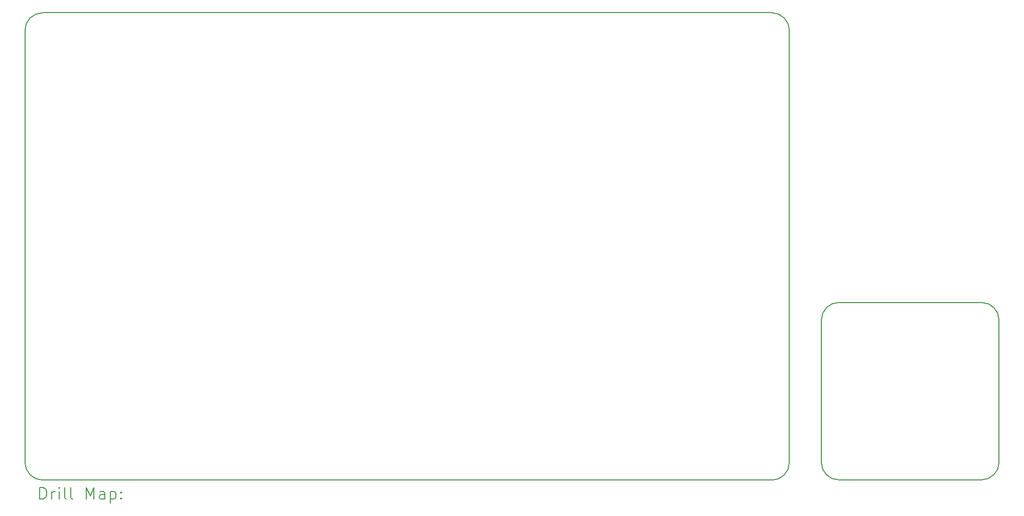
<source format=gbr>
%TF.GenerationSoftware,KiCad,Pcbnew,9.0.0*%
%TF.CreationDate,2025-04-18T00:19:48+02:00*%
%TF.ProjectId,Omni-X-II-PCB,4f6d6e69-2d58-42d4-9949-2d5043422e6b,rev?*%
%TF.SameCoordinates,Original*%
%TF.FileFunction,Drillmap*%
%TF.FilePolarity,Positive*%
%FSLAX45Y45*%
G04 Gerber Fmt 4.5, Leading zero omitted, Abs format (unit mm)*
G04 Created by KiCad (PCBNEW 9.0.0) date 2025-04-18 00:19:48*
%MOMM*%
%LPD*%
G01*
G04 APERTURE LIST*
%ADD10C,0.200000*%
G04 APERTURE END LIST*
D10*
X7000000Y-12600000D02*
X7000000Y-5300000D01*
X7300000Y-12900000D02*
G75*
G02*
X7000000Y-12600000I0J300000D01*
G01*
X7000000Y-5300000D02*
G75*
G02*
X7300000Y-5000000I300000J0D01*
G01*
X23138500Y-9896000D02*
G75*
G02*
X23438500Y-10196000I0J-300000D01*
G01*
X20738500Y-9896000D02*
X23138500Y-9896000D01*
X23438500Y-10196000D02*
X23438500Y-12596000D01*
X20438500Y-12596000D02*
X20438500Y-10196000D01*
X23138500Y-12896000D02*
X20738500Y-12896000D01*
X19900000Y-12600000D02*
G75*
G02*
X19600000Y-12900000I-300000J0D01*
G01*
X19600000Y-12900000D02*
X7300000Y-12900000D01*
X19900000Y-5300000D02*
X19900000Y-12600000D01*
X20438500Y-10196000D02*
G75*
G02*
X20738500Y-9896000I300000J0D01*
G01*
X19600000Y-5000000D02*
G75*
G02*
X19900000Y-5300000I0J-300000D01*
G01*
X23438500Y-12596000D02*
G75*
G02*
X23138500Y-12896000I-300000J0D01*
G01*
X20738500Y-12896000D02*
G75*
G02*
X20438500Y-12596000I0J300000D01*
G01*
X7300000Y-5000000D02*
X19600000Y-5000000D01*
X7250777Y-13221484D02*
X7250777Y-13021484D01*
X7250777Y-13021484D02*
X7298396Y-13021484D01*
X7298396Y-13021484D02*
X7326967Y-13031008D01*
X7326967Y-13031008D02*
X7346015Y-13050055D01*
X7346015Y-13050055D02*
X7355539Y-13069103D01*
X7355539Y-13069103D02*
X7365062Y-13107198D01*
X7365062Y-13107198D02*
X7365062Y-13135769D01*
X7365062Y-13135769D02*
X7355539Y-13173865D01*
X7355539Y-13173865D02*
X7346015Y-13192912D01*
X7346015Y-13192912D02*
X7326967Y-13211960D01*
X7326967Y-13211960D02*
X7298396Y-13221484D01*
X7298396Y-13221484D02*
X7250777Y-13221484D01*
X7450777Y-13221484D02*
X7450777Y-13088150D01*
X7450777Y-13126246D02*
X7460301Y-13107198D01*
X7460301Y-13107198D02*
X7469824Y-13097674D01*
X7469824Y-13097674D02*
X7488872Y-13088150D01*
X7488872Y-13088150D02*
X7507920Y-13088150D01*
X7574586Y-13221484D02*
X7574586Y-13088150D01*
X7574586Y-13021484D02*
X7565062Y-13031008D01*
X7565062Y-13031008D02*
X7574586Y-13040531D01*
X7574586Y-13040531D02*
X7584110Y-13031008D01*
X7584110Y-13031008D02*
X7574586Y-13021484D01*
X7574586Y-13021484D02*
X7574586Y-13040531D01*
X7698396Y-13221484D02*
X7679348Y-13211960D01*
X7679348Y-13211960D02*
X7669824Y-13192912D01*
X7669824Y-13192912D02*
X7669824Y-13021484D01*
X7803158Y-13221484D02*
X7784110Y-13211960D01*
X7784110Y-13211960D02*
X7774586Y-13192912D01*
X7774586Y-13192912D02*
X7774586Y-13021484D01*
X8031729Y-13221484D02*
X8031729Y-13021484D01*
X8031729Y-13021484D02*
X8098396Y-13164341D01*
X8098396Y-13164341D02*
X8165062Y-13021484D01*
X8165062Y-13021484D02*
X8165062Y-13221484D01*
X8346015Y-13221484D02*
X8346015Y-13116722D01*
X8346015Y-13116722D02*
X8336491Y-13097674D01*
X8336491Y-13097674D02*
X8317443Y-13088150D01*
X8317443Y-13088150D02*
X8279348Y-13088150D01*
X8279348Y-13088150D02*
X8260301Y-13097674D01*
X8346015Y-13211960D02*
X8326967Y-13221484D01*
X8326967Y-13221484D02*
X8279348Y-13221484D01*
X8279348Y-13221484D02*
X8260301Y-13211960D01*
X8260301Y-13211960D02*
X8250777Y-13192912D01*
X8250777Y-13192912D02*
X8250777Y-13173865D01*
X8250777Y-13173865D02*
X8260301Y-13154817D01*
X8260301Y-13154817D02*
X8279348Y-13145293D01*
X8279348Y-13145293D02*
X8326967Y-13145293D01*
X8326967Y-13145293D02*
X8346015Y-13135769D01*
X8441253Y-13088150D02*
X8441253Y-13288150D01*
X8441253Y-13097674D02*
X8460301Y-13088150D01*
X8460301Y-13088150D02*
X8498396Y-13088150D01*
X8498396Y-13088150D02*
X8517444Y-13097674D01*
X8517444Y-13097674D02*
X8526967Y-13107198D01*
X8526967Y-13107198D02*
X8536491Y-13126246D01*
X8536491Y-13126246D02*
X8536491Y-13183388D01*
X8536491Y-13183388D02*
X8526967Y-13202436D01*
X8526967Y-13202436D02*
X8517444Y-13211960D01*
X8517444Y-13211960D02*
X8498396Y-13221484D01*
X8498396Y-13221484D02*
X8460301Y-13221484D01*
X8460301Y-13221484D02*
X8441253Y-13211960D01*
X8622205Y-13202436D02*
X8631729Y-13211960D01*
X8631729Y-13211960D02*
X8622205Y-13221484D01*
X8622205Y-13221484D02*
X8612682Y-13211960D01*
X8612682Y-13211960D02*
X8622205Y-13202436D01*
X8622205Y-13202436D02*
X8622205Y-13221484D01*
X8622205Y-13097674D02*
X8631729Y-13107198D01*
X8631729Y-13107198D02*
X8622205Y-13116722D01*
X8622205Y-13116722D02*
X8612682Y-13107198D01*
X8612682Y-13107198D02*
X8622205Y-13097674D01*
X8622205Y-13097674D02*
X8622205Y-13116722D01*
M02*

</source>
